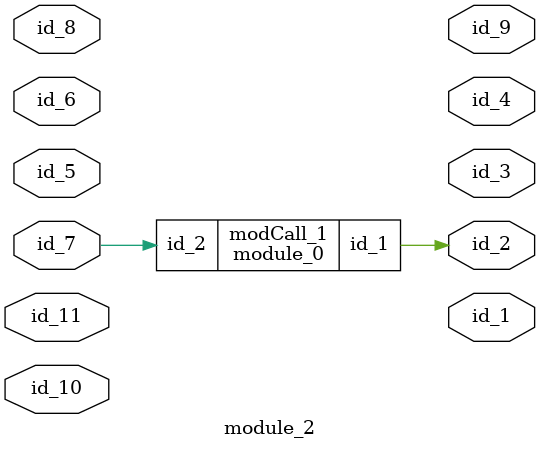
<source format=v>
module module_0 (
    id_1,
    id_2
);
  input wire id_2;
  output wire id_1;
  assign id_1 = id_2;
endmodule
module module_1 (
    id_1,
    id_2,
    id_3
);
  input wire id_3;
  input wire id_2;
  inout wire id_1;
  assign id_1 = id_2;
  module_0 modCall_1 (
      id_1,
      id_2
  );
endmodule
module module_2 (
    id_1,
    id_2,
    id_3,
    id_4,
    id_5,
    id_6,
    id_7,
    id_8,
    id_9,
    id_10,
    id_11
);
  input wire id_11;
  inout wire id_10;
  output wire id_9;
  input wire id_8;
  inout wire id_7;
  input wire id_6;
  inout wire id_5;
  output wire id_4;
  output wire id_3;
  output wire id_2;
  output wire id_1;
  module_0 modCall_1 (
      id_2,
      id_7
  );
endmodule

</source>
